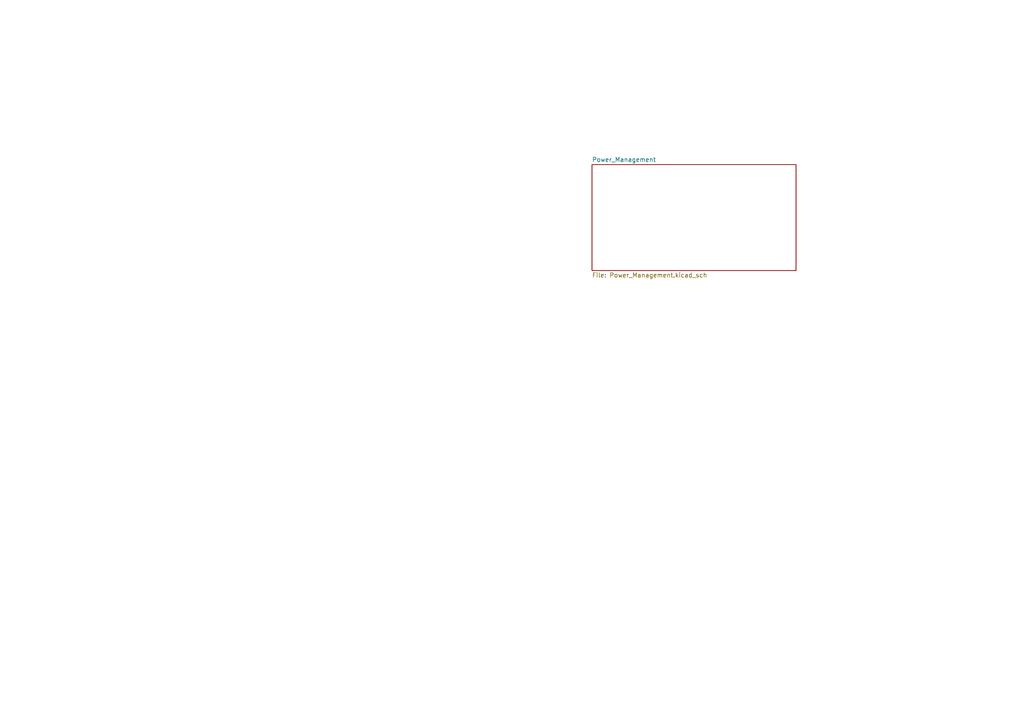
<source format=kicad_sch>
(kicad_sch
	(version 20250114)
	(generator "eeschema")
	(generator_version "9.0")
	(uuid "b23e48e3-251d-4338-80a5-5d786007ffce")
	(paper "A4")
	(lib_symbols)
	(sheet
		(at 171.704 47.752)
		(size 59.182 30.734)
		(exclude_from_sim no)
		(in_bom yes)
		(on_board yes)
		(dnp no)
		(fields_autoplaced yes)
		(stroke
			(width 0.1524)
			(type solid)
		)
		(fill
			(color 0 0 0 0.0000)
		)
		(uuid "1b18012d-69cf-4450-81f4-d4a366708bc9")
		(property "Sheetname" "Power_Management"
			(at 171.704 47.0404 0)
			(effects
				(font
					(size 1.27 1.27)
				)
				(justify left bottom)
			)
		)
		(property "Sheetfile" "Power_Management.kicad_sch"
			(at 171.704 79.0706 0)
			(effects
				(font
					(size 1.27 1.27)
				)
				(justify left top)
			)
		)
		(instances
			(project "Open-Jammer-V1.0"
				(path "/b23e48e3-251d-4338-80a5-5d786007ffce"
					(page "2")
				)
			)
		)
	)
	(sheet_instances
		(path "/"
			(page "1")
		)
	)
	(embedded_fonts no)
)

</source>
